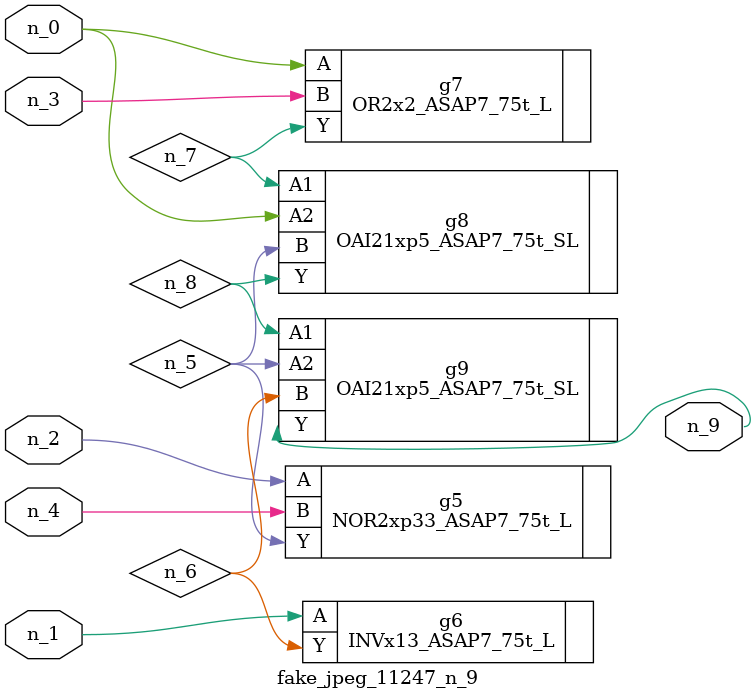
<source format=v>
module fake_jpeg_11247_n_9 (n_3, n_2, n_1, n_0, n_4, n_9);

input n_3;
input n_2;
input n_1;
input n_0;
input n_4;

output n_9;

wire n_8;
wire n_6;
wire n_5;
wire n_7;

NOR2xp33_ASAP7_75t_L g5 ( 
.A(n_2),
.B(n_4),
.Y(n_5)
);

INVx13_ASAP7_75t_L g6 ( 
.A(n_1),
.Y(n_6)
);

OR2x2_ASAP7_75t_L g7 ( 
.A(n_0),
.B(n_3),
.Y(n_7)
);

OAI21xp5_ASAP7_75t_SL g8 ( 
.A1(n_7),
.A2(n_0),
.B(n_5),
.Y(n_8)
);

OAI21xp5_ASAP7_75t_SL g9 ( 
.A1(n_8),
.A2(n_5),
.B(n_6),
.Y(n_9)
);


endmodule
</source>
